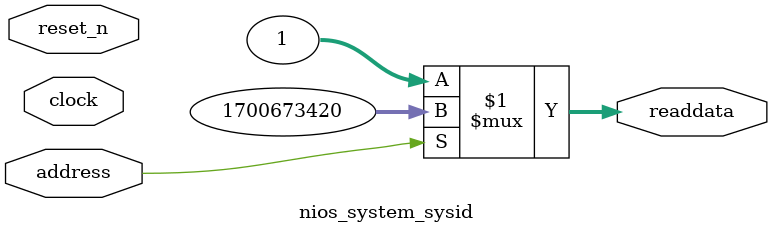
<source format=v>



// synthesis translate_off
`timescale 1ns / 1ps
// synthesis translate_on

// turn off superfluous verilog processor warnings 
// altera message_level Level1 
// altera message_off 10034 10035 10036 10037 10230 10240 10030 

module nios_system_sysid (
               // inputs:
                address,
                clock,
                reset_n,

               // outputs:
                readdata
             )
;

  output  [ 31: 0] readdata;
  input            address;
  input            clock;
  input            reset_n;

  wire    [ 31: 0] readdata;
  //control_slave, which is an e_avalon_slave
  assign readdata = address ? 1700673420 : 1;

endmodule



</source>
